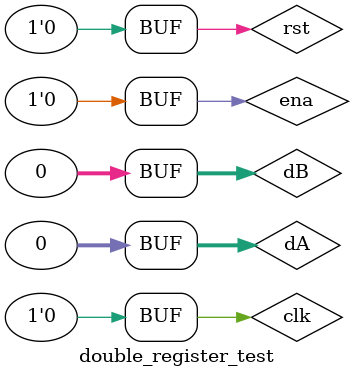
<source format=v>
`timescale 1ns / 1ps


module double_register_test;

	// Inputs
	reg clk;
	reg rst;
	reg ena;
	reg [31:0] dA;
	reg [31:0] dB;

	// Outputs
	wire [31:0] qA;
	wire [31:0] qB;

	// Instantiate the Unit Under Test (UUT)
	double_register uut (
		.clk(clk), 
		.rst(rst), 
		.ena(ena), 
		.dA(dA), 
		.dB(dB), 
		.qA(qA), 
		.qB(qB)
	);

	initial begin
		// Initialize Inputs
		clk = 0;
		rst = 0;
		ena = 0;
		dA = 0;
		dB = 0;

		// Wait 100 ns for global reset to finish
		#100;
        
		// Add stimulus here

	end
      
endmodule


</source>
